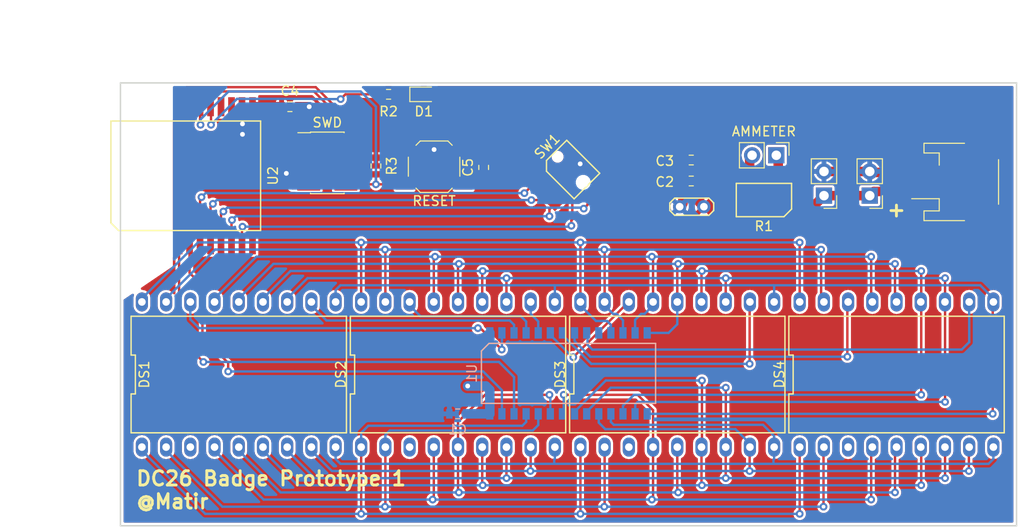
<source format=kicad_pcb>
(kicad_pcb (version 20171130) (host pcbnew 5.0.0-rc2-dev-unknown+dfsg1+20180318-3)
  (layers (0 F.Cu signal) (31 B.Cu signal) (34 B.Paste user) (35 F.Paste user) (36 B.SilkS user) (37 F.SilkS user) (38 B.Mask user) (39 F.Mask user) (44 Edge.Cuts user))
  (net 0 "")
  (net 1 GND)
  (net 2 VDD)
  (net 3 /C)
  (net 4 /B)
  (net 5 /DP)
  (net 6 /DIG7)
  (net 7 /D)
  (net 8 /A)
  (net 9 /G2)
  (net 10 /G1)
  (net 11 /N)
  (net 12 /K)
  (net 13 /M)
  (net 14 /J)
  (net 15 "Net-(DS1-Pad3)")
  (net 16 /DIG6)
  (net 17 /L)
  (net 18 /H)
  (net 19 /E)
  (net 20 /F)
  (net 21 /DIG0)
  (net 22 "Net-(DS2-Pad3)")
  (net 23 /DIG1)
  (net 24 /DIG3)
  (net 25 "Net-(DS3-Pad3)")
  (net 26 /DIG2)
  (net 27 /DIG4)
  (net 28 "Net-(DS4-Pad3)")
  (net 29 /DIG5)
  (net 30 /SDA)
  (net 31 /SCL)
  (net 32 "Net-(U1-Pad10)")
  (net 33 /RESET)
  (net 34 "Net-(D1-Pad1)")
  (net 35 /LED1)
  (net 36 "Net-(J4-Pad1)")
  (net 37 "Net-(J4-Pad2)")
  (net 38 /P_IN)
  (net 39 /RT)
  (net 40 /UP)
  (net 41 /CTR)
  (net 42 /DN)
  (net 43 /LT)
  (net 44 /SWDIO)
  (net 45 /SWDCLK)
  (net 46 "Net-(U2-Pad8)")
  (net 47 "Net-(J5-Pad6)")
  (net 48 "Net-(J5-Pad7)")
  (net 49 "Net-(J5-Pad8)")
  (net 50 "Net-(U2-Pad12)")
  (net 51 "Net-(U2-Pad11)")
  (module DC26badge:DUAL_14SEG (layer F.Cu) (at 176.41 54.12)
    (fp_text reference DS4 (at -12.295 0 90) (layer F.SilkS))
    (fp_text value 14_Segment_Dual_CC)
    (pad 9 thru_hole oval (at 10.16 7.62) (size 1.27 2) (drill 0.8) (layers *.Cu *.Mask) (net 3 /C))
    (pad 10 thru_hole oval (at 10.16 -7.62) (size 1.27 2) (drill 0.8) (layers *.Cu *.Mask) (net 4 /B))
    (pad 8 thru_hole oval (at 7.62 7.62) (size 1.27 2) (drill 0.8) (layers *.Cu *.Mask) (net 5 /DP))
    (pad 11 thru_hole oval (at 7.62 -7.62) (size 1.27 2) (drill 0.8) (layers *.Cu *.Mask) (net 6 /DIG7))
    (pad 7 thru_hole oval (at 5.08 7.62) (size 1.27 2) (drill 0.8) (layers *.Cu *.Mask) (net 7 /D))
    (pad 12 thru_hole oval (at 5.08 -7.62) (size 1.27 2) (drill 0.8) (layers *.Cu *.Mask) (net 8 /A))
    (pad 6 thru_hole oval (at 2.54 7.62) (size 1.27 2) (drill 0.8) (layers *.Cu *.Mask) (net 9 /G2))
    (pad 13 thru_hole oval (at 2.54 -7.62) (size 1.27 2) (drill 0.8) (layers *.Cu *.Mask) (net 10 /G1))
    (pad 5 thru_hole oval (at 0 7.62) (size 1.27 2) (drill 0.8) (layers *.Cu *.Mask) (net 11 /N))
    (pad 14 thru_hole oval (at 0 -7.62) (size 1.27 2) (drill 0.8) (layers *.Cu *.Mask) (net 12 /K))
    (pad 4 thru_hole oval (at -2.54 7.62) (size 1.27 2) (drill 0.8) (layers *.Cu *.Mask) (net 13 /M))
    (pad 15 thru_hole oval (at -2.54 -7.62) (size 1.27 2) (drill 0.8) (layers *.Cu *.Mask) (net 14 /J))
    (pad 3 thru_hole oval (at -5.08 7.62) (size 1.27 2) (drill 0.8) (layers *.Cu *.Mask) (net 28 "Net-(DS4-Pad3)"))
    (pad 16 thru_hole oval (at -5.08 -7.62) (size 1.27 2) (drill 0.8) (layers *.Cu *.Mask) (net 16 /DIG6))
    (pad 2 thru_hole oval (at -7.62 7.62) (size 1.27 2) (drill 0.8) (layers *.Cu *.Mask) (net 17 /L))
    (pad 17 thru_hole oval (at -7.62 -7.62) (size 1.27 2) (drill 0.8) (layers *.Cu *.Mask) (net 18 /H))
    (pad 1 thru_hole oval (at -10.16 7.62) (size 1.27 2) (drill 0.8) (layers *.Cu *.Mask) (net 19 /E))
    (pad 18 thru_hole oval (at -10.16 -7.62) (size 1.27 2) (drill 0.8) (layers *.Cu *.Mask) (net 20 /F))
  )
  (module DC26badge:DUAL_14SEG (layer F.Cu) (at 153.41 54.12)
    (fp_text reference DS3 (at -12.295 0 90) (layer F.SilkS))
    (fp_text value 14_Segment_Dual_CC)
    (pad 9 thru_hole oval (at 10.16 7.62) (size 1.27 2) (drill 0.8) (layers *.Cu *.Mask) (net 3 /C))
    (pad 10 thru_hole oval (at 10.16 -7.62) (size 1.27 2) (drill 0.8) (layers *.Cu *.Mask) (net 4 /B))
    (pad 8 thru_hole oval (at 7.62 7.62) (size 1.27 2) (drill 0.8) (layers *.Cu *.Mask) (net 5 /DP))
    (pad 11 thru_hole oval (at 7.62 -7.62) (size 1.27 2) (drill 0.8) (layers *.Cu *.Mask) (net 29 /DIG5))
    (pad 7 thru_hole oval (at 5.08 7.62) (size 1.27 2) (drill 0.8) (layers *.Cu *.Mask) (net 7 /D))
    (pad 12 thru_hole oval (at 5.08 -7.62) (size 1.27 2) (drill 0.8) (layers *.Cu *.Mask) (net 8 /A))
    (pad 6 thru_hole oval (at 2.54 7.62) (size 1.27 2) (drill 0.8) (layers *.Cu *.Mask) (net 9 /G2))
    (pad 13 thru_hole oval (at 2.54 -7.62) (size 1.27 2) (drill 0.8) (layers *.Cu *.Mask) (net 10 /G1))
    (pad 5 thru_hole oval (at 0 7.62) (size 1.27 2) (drill 0.8) (layers *.Cu *.Mask) (net 11 /N))
    (pad 14 thru_hole oval (at 0 -7.62) (size 1.27 2) (drill 0.8) (layers *.Cu *.Mask) (net 12 /K))
    (pad 4 thru_hole oval (at -2.54 7.62) (size 1.27 2) (drill 0.8) (layers *.Cu *.Mask) (net 13 /M))
    (pad 15 thru_hole oval (at -2.54 -7.62) (size 1.27 2) (drill 0.8) (layers *.Cu *.Mask) (net 14 /J))
    (pad 3 thru_hole oval (at -5.08 7.62) (size 1.27 2) (drill 0.8) (layers *.Cu *.Mask) (net 25 "Net-(DS3-Pad3)"))
    (pad 16 thru_hole oval (at -5.08 -7.62) (size 1.27 2) (drill 0.8) (layers *.Cu *.Mask) (net 27 /DIG4))
    (pad 2 thru_hole oval (at -7.62 7.62) (size 1.27 2) (drill 0.8) (layers *.Cu *.Mask) (net 17 /L))
    (pad 17 thru_hole oval (at -7.62 -7.62) (size 1.27 2) (drill 0.8) (layers *.Cu *.Mask) (net 18 /H))
    (pad 1 thru_hole oval (at -10.16 7.62) (size 1.27 2) (drill 0.8) (layers *.Cu *.Mask) (net 19 /E))
    (pad 18 thru_hole oval (at -10.16 -7.62) (size 1.27 2) (drill 0.8) (layers *.Cu *.Mask) (net 20 /F))
  )
  (module DC26badge:DUAL_14SEG (layer F.Cu) (at 130.41 54.12)
    (fp_text reference DS2 (at -12.295 0 90) (layer F.SilkS))
    (fp_text value 14_Segment_Dual_CC)
    (pad 9 thru_hole oval (at 10.16 7.62) (size 1.27 2) (drill 0.8) (layers *.Cu *.Mask) (net 3 /C))
    (pad 10 thru_hole oval (at 10.16 -7.62) (size 1.27 2) (drill 0.8) (layers *.Cu *.Mask) (net 4 /B))
    (pad 8 thru_hole oval (at 7.62 7.62) (size 1.27 2) (drill 0.8) (layers *.Cu *.Mask) (net 5 /DP))
    (pad 11 thru_hole oval (at 7.62 -7.62) (size 1.27 2) (drill 0.8) (layers *.Cu *.Mask) (net 24 /DIG3))
    (pad 7 thru_hole oval (at 5.08 7.62) (size 1.27 2) (drill 0.8) (layers *.Cu *.Mask) (net 7 /D))
    (pad 12 thru_hole oval (at 5.08 -7.62) (size 1.27 2) (drill 0.8) (layers *.Cu *.Mask) (net 8 /A))
    (pad 6 thru_hole oval (at 2.54 7.62) (size 1.27 2) (drill 0.8) (layers *.Cu *.Mask) (net 9 /G2))
    (pad 13 thru_hole oval (at 2.54 -7.62) (size 1.27 2) (drill 0.8) (layers *.Cu *.Mask) (net 10 /G1))
    (pad 5 thru_hole oval (at 0 7.62) (size 1.27 2) (drill 0.8) (layers *.Cu *.Mask) (net 11 /N))
    (pad 14 thru_hole oval (at 0 -7.62) (size 1.27 2) (drill 0.8) (layers *.Cu *.Mask) (net 12 /K))
    (pad 4 thru_hole oval (at -2.54 7.62) (size 1.27 2) (drill 0.8) (layers *.Cu *.Mask) (net 13 /M))
    (pad 15 thru_hole oval (at -2.54 -7.62) (size 1.27 2) (drill 0.8) (layers *.Cu *.Mask) (net 14 /J))
    (pad 3 thru_hole oval (at -5.08 7.62) (size 1.27 2) (drill 0.8) (layers *.Cu *.Mask) (net 22 "Net-(DS2-Pad3)"))
    (pad 16 thru_hole oval (at -5.08 -7.62) (size 1.27 2) (drill 0.8) (layers *.Cu *.Mask) (net 26 /DIG2))
    (pad 2 thru_hole oval (at -7.62 7.62) (size 1.27 2) (drill 0.8) (layers *.Cu *.Mask) (net 17 /L))
    (pad 17 thru_hole oval (at -7.62 -7.62) (size 1.27 2) (drill 0.8) (layers *.Cu *.Mask) (net 18 /H))
    (pad 1 thru_hole oval (at -10.16 7.62) (size 1.27 2) (drill 0.8) (layers *.Cu *.Mask) (net 19 /E))
    (pad 18 thru_hole oval (at -10.16 -7.62) (size 1.27 2) (drill 0.8) (layers *.Cu *.Mask) (net 20 /F))
  )
  (module DC26badge:DUAL_14SEG (layer F.Cu) (at 107.41 54.12)
    (fp_text reference DS1 (at -9.91 0 90) (layer F.SilkS))
    (fp_text value 14_Segment_Dual_CC)
    (pad 9 thru_hole oval (at 10.16 7.62) (size 1.27 2) (drill 0.8) (layers *.Cu *.Mask) (net 3 /C))
    (pad 10 thru_hole oval (at 10.16 -7.62) (size 1.27 2) (drill 0.8) (layers *.Cu *.Mask) (net 4 /B))
    (pad 8 thru_hole oval (at 7.62 7.62) (size 1.27 2) (drill 0.8) (layers *.Cu *.Mask) (net 5 /DP))
    (pad 11 thru_hole oval (at 7.62 -7.62) (size 1.27 2) (drill 0.8) (layers *.Cu *.Mask) (net 23 /DIG1))
    (pad 7 thru_hole oval (at 5.08 7.62) (size 1.27 2) (drill 0.8) (layers *.Cu *.Mask) (net 7 /D))
    (pad 12 thru_hole oval (at 5.08 -7.62) (size 1.27 2) (drill 0.8) (layers *.Cu *.Mask) (net 8 /A))
    (pad 6 thru_hole oval (at 2.54 7.62) (size 1.27 2) (drill 0.8) (layers *.Cu *.Mask) (net 9 /G2))
    (pad 13 thru_hole oval (at 2.54 -7.62) (size 1.27 2) (drill 0.8) (layers *.Cu *.Mask) (net 10 /G1))
    (pad 5 thru_hole oval (at 0 7.62) (size 1.27 2) (drill 0.8) (layers *.Cu *.Mask) (net 11 /N))
    (pad 14 thru_hole oval (at 0 -7.62) (size 1.27 2) (drill 0.8) (layers *.Cu *.Mask) (net 12 /K))
    (pad 4 thru_hole oval (at -2.54 7.62) (size 1.27 2) (drill 0.8) (layers *.Cu *.Mask) (net 13 /M))
    (pad 15 thru_hole oval (at -2.54 -7.62) (size 1.27 2) (drill 0.8) (layers *.Cu *.Mask) (net 14 /J))
    (pad 3 thru_hole oval (at -5.08 7.62) (size 1.27 2) (drill 0.8) (layers *.Cu *.Mask) (net 15 "Net-(DS1-Pad3)"))
    (pad 16 thru_hole oval (at -5.08 -7.62) (size 1.27 2) (drill 0.8) (layers *.Cu *.Mask) (net 21 /DIG0))
    (pad 2 thru_hole oval (at -7.62 7.62) (size 1.27 2) (drill 0.8) (layers *.Cu *.Mask) (net 17 /L))
    (pad 17 thru_hole oval (at -7.62 -7.62) (size 1.27 2) (drill 0.8) (layers *.Cu *.Mask) (net 18 /H))
    (pad 1 thru_hole oval (at -10.16 7.62) (size 1.27 2) (drill 0.8) (layers *.Cu *.Mask) (net 19 /E))
    (pad 18 thru_hole oval (at -10.16 -7.62) (size 1.27 2) (drill 0.8) (layers *.Cu *.Mask) (net 20 /F))
  )
  (module DC26badge:BT832 (layer F.Cu) (at 105 33.25)
    (fp_text reference U2 (at 6 0 90) (layer F.SilkS))
    (fp_text value BT832)
    (pad 16 smd rect (at -3.85 -7.25) (size 0.7 2) (layers F.Cu F.Paste F.Mask) (net 44 /SWDIO))
    (pad 1 smd rect (at -3.85 7.25) (size 0.7 2) (layers F.Cu F.Paste F.Mask) (net 31 /SCL))
    (pad 15 smd rect (at -2.75 -7.25) (size 0.7 2) (layers F.Cu F.Paste F.Mask) (net 45 /SWDCLK))
    (pad 2 smd rect (at -2.75 7.25) (size 0.7 2) (layers F.Cu F.Paste F.Mask) (net 30 /SDA))
    (pad 14 smd rect (at -1.65 -7.25) (size 0.7 2) (layers F.Cu F.Paste F.Mask) (net 33 /RESET))
    (pad 3 smd rect (at -1.65 7.25) (size 0.7 2) (layers F.Cu F.Paste F.Mask) (net 40 /UP))
    (pad 13 smd rect (at -0.55 -7.25) (size 0.7 2) (layers F.Cu F.Paste F.Mask) (net 35 /LED1))
    (pad 4 smd rect (at -0.55 7.25) (size 0.7 2) (layers F.Cu F.Paste F.Mask) (net 41 /CTR))
    (pad 12 smd rect (at 0.55 -7.25) (size 0.7 2) (layers F.Cu F.Paste F.Mask) (net 50 "Net-(U2-Pad12)"))
    (pad 5 smd rect (at 0.55 7.25) (size 0.7 2) (layers F.Cu F.Paste F.Mask) (net 42 /DN))
    (pad 11 smd rect (at 1.65 -7.25) (size 0.7 2) (layers F.Cu F.Paste F.Mask) (net 51 "Net-(U2-Pad11)"))
    (pad 6 smd rect (at 1.65 7.25) (size 0.7 2) (layers F.Cu F.Paste F.Mask) (net 43 /LT))
    (pad 10 smd rect (at 2.75 -7.25) (size 0.7 2) (layers F.Cu F.Paste F.Mask) (net 1 GND))
    (pad 7 smd rect (at 2.75 7.25) (size 0.7 2) (layers F.Cu F.Paste F.Mask) (net 39 /RT))
    (pad 9 smd rect (at 3.85 -7.25) (size 0.7 2) (layers F.Cu F.Paste F.Mask) (net 2 VDD))
    (pad 8 smd rect (at 3.85 7.25) (size 0.7 2) (layers F.Cu F.Paste F.Mask) (net 46 "Net-(U2-Pad8)"))
  )
  (module Button_Switch_SMD:SW_SPST_SKQG (layer F.Cu) (at 127.9 32.3 180)
    (fp_text reference RESET (at 0 -3.6 180) (layer F.SilkS))
    (fp_text value SW_Push)
    (pad 1 smd rect (at -3.1 -1.85 180) (size 1.8 1.1) (layers F.Cu F.Paste F.Mask) (net 33 /RESET))
    (pad 1 smd rect (at 3.1 -1.85 180) (size 1.8 1.1) (layers F.Cu F.Paste F.Mask) (net 33 /RESET))
    (pad 2 smd rect (at -3.1 1.85 180) (size 1.8 1.1) (layers F.Cu F.Paste F.Mask) (net 1 GND))
    (pad 2 smd rect (at 3.1 1.85 180) (size 1.8 1.1) (layers F.Cu F.Paste F.Mask) (net 1 GND))
  )
  (module Capacitor_SMD:C_0603_1608Metric (layer F.Cu) (at 154.875 33.8 180)
    (fp_text reference C2 (at 2.775 -0.1 180) (layer F.SilkS))
    (fp_text value 4.7u)
    (pad 2 smd rect (at 0.875 0 180) (size 0.67 1) (layers F.Cu F.Paste F.Mask) (net 1 GND))
    (pad 1 smd rect (at -0.875 0 180) (size 0.67 1) (layers F.Cu F.Paste F.Mask) (net 2 VDD))
  )
  (module Capacitor_SMD:C_0603_1608Metric (layer F.Cu) (at 154.875 31.6 180)
    (fp_text reference C3 (at 2.775 -0.1 180) (layer F.SilkS))
    (fp_text value 0.1u)
    (pad 1 smd rect (at -0.875 0 180) (size 0.67 1) (layers F.Cu F.Paste F.Mask) (net 2 VDD))
    (pad 2 smd rect (at 0.875 0 180) (size 0.67 1) (layers F.Cu F.Paste F.Mask) (net 1 GND))
  )
  (module Capacitor_SMD:C_0603_1608Metric (layer F.Cu) (at 112.775 26)
    (fp_text reference C4 (at 0 -1.65) (layer F.SilkS))
    (fp_text value 0.1u)
    (pad 2 smd rect (at 0.875 0) (size 0.67 1) (layers F.Cu F.Paste F.Mask) (net 1 GND))
    (pad 1 smd rect (at -0.875 0) (size 0.67 1) (layers F.Cu F.Paste F.Mask) (net 2 VDD))
  )
  (module Capacitor_SMD:C_0603_1608Metric (layer F.Cu) (at 133.1 32.375 90)
    (fp_text reference C5 (at 0 -1.65 90) (layer F.SilkS))
    (fp_text value 0.1u)
    (pad 1 smd rect (at -0.875 0 90) (size 0.67 1) (layers F.Cu F.Paste F.Mask) (net 33 /RESET))
    (pad 2 smd rect (at 0.875 0 90) (size 0.67 1) (layers F.Cu F.Paste F.Mask) (net 1 GND))
  )
  (module Connector_JST:JST_PH_S2B-PH-SM4-TB_1x02_P2.00mm_Horizontal (layer F.Cu) (at 182.6 33.9 90)
    (fp_text reference J2 hide)
    (fp_text value PWR_CONN)
    (pad 1 smd rect (at -1 -2.85 90) (size 1 3.5) (layers F.Cu F.Paste F.Mask) (net 38 /P_IN))
    (pad 2 smd rect (at 1 -2.85 90) (size 1 3.5) (layers F.Cu F.Paste F.Mask) (net 1 GND))
    (pad "" smd rect (at -3.35 2.9 90) (size 1.5 3.4) (layers F.Cu F.Paste F.Mask))
    (pad "" smd rect (at 3.35 2.9 90) (size 1.5 3.4) (layers F.Cu F.Paste F.Mask))
  )
  (module Connector_PinHeader_1.27mm:PinHeader_2x05_P1.27mm_Vertical_SMD (layer F.Cu) (at 116.7 31.9)
    (fp_text reference SWD (at 0 -4.235) (layer F.SilkS))
    (fp_text value Cortex_SWD)
    (pad 1 smd rect (at -1.95 -2.54) (size 2.4 0.74) (layers F.Cu F.Paste F.Mask) (net 2 VDD))
    (pad 2 smd rect (at 1.95 -2.54) (size 2.4 0.74) (layers F.Cu F.Paste F.Mask) (net 44 /SWDIO))
    (pad 3 smd rect (at -1.95 -1.27) (size 2.4 0.74) (layers F.Cu F.Paste F.Mask) (net 1 GND))
    (pad 4 smd rect (at 1.95 -1.27) (size 2.4 0.74) (layers F.Cu F.Paste F.Mask) (net 45 /SWDCLK))
    (pad 5 smd rect (at -1.95 0) (size 2.4 0.74) (layers F.Cu F.Paste F.Mask) (net 1 GND))
    (pad 6 smd rect (at 1.95 0) (size 2.4 0.74) (layers F.Cu F.Paste F.Mask) (net 47 "Net-(J5-Pad6)"))
    (pad 7 smd rect (at -1.95 1.27) (size 2.4 0.74) (layers F.Cu F.Paste F.Mask) (net 48 "Net-(J5-Pad7)"))
    (pad 8 smd rect (at 1.95 1.27) (size 2.4 0.74) (layers F.Cu F.Paste F.Mask) (net 49 "Net-(J5-Pad8)"))
    (pad 9 smd rect (at -1.95 2.54) (size 2.4 0.74) (layers F.Cu F.Paste F.Mask) (net 1 GND))
    (pad 10 smd rect (at 1.95 2.54) (size 2.4 0.74) (layers F.Cu F.Paste F.Mask) (net 33 /RESET))
  )
  (module DC26badge:FC4T (layer F.Cu) (at 162.5 35.8 90)
    (fp_text reference R1 (at -2.75 0 180) (layer F.SilkS))
    (fp_text value 0.1)
    (pad 4 smd rect (at -0.7 -1.5 90) (size 1.1 1.8) (layers F.Cu F.Paste F.Mask) (net 2 VDD))
    (pad 1 smd rect (at -0.7 1.5 90) (size 1.1 1.8) (layers F.Cu F.Paste F.Mask) (net 38 /P_IN))
    (pad 3 smd rect (at 0.7 -1.5 90) (size 1.1 1.8) (layers F.Cu F.Paste F.Mask) (net 37 "Net-(J4-Pad2)"))
    (pad 2 smd rect (at 0.7 1.5 90) (size 1.1 1.8) (layers F.Cu F.Paste F.Mask) (net 36 "Net-(J4-Pad1)"))
  )
  (module DC26badge:JOYSTICK (layer F.Cu) (at 142.2 32.6 315)
    (fp_text reference SW1 (at -3.45 0 45) (layer F.SilkS))
    (fp_text value JOYSTICK)
    (pad 4 smd rect (at -1.4 -3.325001 315) (size 1.1 1.85) (layers F.Cu F.Paste F.Mask) (net 39 /RT))
    (pad 1 smd rect (at -1.4 3.325001 315) (size 1.1 1.85) (layers F.Cu F.Paste F.Mask) (net 40 /UP))
    (pad 5 smd rect (at 0 -3.325 315) (size 1.1 1.85) (layers F.Cu F.Paste F.Mask) (net 1 GND))
    (pad 2 smd rect (at 0 3.325 315) (size 1.1 1.85) (layers F.Cu F.Paste F.Mask) (net 41 /CTR))
    (pad 6 smd rect (at 1.4 -3.325001 315) (size 1.1 1.85) (layers F.Cu F.Paste F.Mask) (net 42 /DN))
    (pad 3 smd rect (at 1.4 3.325001 315) (size 1.1 1.85) (layers F.Cu F.Paste F.Mask) (net 43 /LT))
    (pad "" smd rect (at 5.100001 0 315) (size 1.9 2) (layers F.Cu F.Paste F.Mask))
    (pad "" smd rect (at -5.100001 0 315) (size 1.9 2) (layers F.Cu F.Paste F.Mask))
    (pad "" np_thru_hole circle (at -1.9 0 315) (size 0.75 0.75) (drill 0.75) (layers *.Cu *.Mask))
    (pad "" np_thru_hole circle (at 1.9 0 315) (size 1.05 1.05) (drill 1.05) (layers *.Cu *.Mask))
  )
  (module LED_SMD:LED_0603_1608Metric (layer F.Cu) (at 126.825 24.7)
    (fp_text reference D1 (at 0 1.8) (layer F.SilkS))
    (fp_text value LED)
    (pad 1 smd rect (at -0.875 0) (size 0.67 1) (layers F.Cu F.Paste F.Mask) (net 34 "Net-(D1-Pad1)"))
    (pad 2 smd rect (at 0.875 0) (size 0.67 1) (layers F.Cu F.Paste F.Mask) (net 2 VDD))
  )
  (module PinHeaders:Pin_Header_Straight_1x02_Pitch2.54mm (layer F.Cu) (at 168.8 35.34 180)
    (fp_text reference J3 hide)
    (fp_text value VOLTMETER hide)
    (pad 1 thru_hole rect (at 0 0 180) (size 1.7 1.7) (drill 1) (layers *.Cu *.Mask) (net 38 /P_IN))
    (pad 2 thru_hole oval (at 0 2.54 180) (size 1.7 1.7) (drill 1) (layers *.Cu *.Mask) (net 1 GND))
  )
  (module PinHeaders:Pin_Header_Straight_1x02_Pitch2.54mm (layer F.Cu) (at 173.6 35.34 180)
    (fp_text reference J1 hide)
    (fp_text value PWR_HDR hide)
    (pad 2 thru_hole oval (at 0 2.54 180) (size 1.7 1.7) (drill 1) (layers *.Cu *.Mask) (net 1 GND))
    (pad 1 thru_hole rect (at 0 0 180) (size 1.7 1.7) (drill 1) (layers *.Cu *.Mask) (net 38 /P_IN))
  )
  (module PinHeaders:Pin_Header_Straight_1x02_Pitch2.54mm (layer F.Cu) (at 163.8 31.1 270)
    (fp_text reference J4 hide)
    (fp_text value AMMETER (at -2.5 1.3) (layer F.SilkS))
    (pad 1 thru_hole rect (at 0 0 270) (size 1.7 1.7) (drill 1) (layers *.Cu *.Mask) (net 36 "Net-(J4-Pad1)"))
    (pad 2 thru_hole oval (at 0 2.54 270) (size 1.7 1.7) (drill 1) (layers *.Cu *.Mask) (net 37 "Net-(J4-Pad2)"))
  )
  (module Resistor_SMD:R_0603_1608Metric (layer F.Cu) (at 123.125 24.7 180)
    (fp_text reference R2 (at 0 -1.8 180) (layer F.SilkS))
    (fp_text value 1k)
    (pad 1 smd rect (at -0.875 0 180) (size 0.67 1) (layers F.Cu F.Paste F.Mask) (net 34 "Net-(D1-Pad1)"))
    (pad 2 smd rect (at 0.875 0 180) (size 0.67 1) (layers F.Cu F.Paste F.Mask) (net 35 /LED1))
  )
  (module Resistor_SMD:R_0603_1608Metric (layer F.Cu) (at 121.8 32.225 270)
    (fp_text reference R3 (at 0 -1.65 270) (layer F.SilkS))
    (fp_text value 1k)
    (pad 2 smd rect (at 0.875 0 270) (size 0.67 1) (layers F.Cu F.Paste F.Mask) (net 33 /RESET))
    (pad 1 smd rect (at -0.875 0 270) (size 0.67 1) (layers F.Cu F.Paste F.Mask) (net 2 VDD))
  )
  (module TestPoint:TestPoint_2Pads_Pitch2.54mm_Drill0.8mm (layer F.Cu) (at 153.66 36.5)
    (fp_text reference TP1 hide)
    (fp_text value PWRTP)
    (pad 1 thru_hole circle (at 0 0) (size 1.4 1.4) (drill 0.8) (layers *.Cu *.Mask) (net 1 GND))
    (pad 2 thru_hole circle (at 2.54 0) (size 1.4 1.4) (drill 0.8) (layers *.Cu *.Mask) (net 2 VDD))
  )
  (module Capacitor_SMD:C_0603_1608Metric (layer B.Cu) (at 130.375 58.25)
    (fp_text reference C1 (at 0 1.65) (layer B.SilkS) (effects (justify mirror)))
    (fp_text value 0.1u)
    (pad 1 smd rect (at -0.875 0) (size 0.67 1) (layers B.Cu B.Paste B.Mask) (net 1 GND))
    (pad 2 smd rect (at 0.875 0) (size 0.67 1) (layers B.Cu B.Paste B.Mask) (net 2 VDD))
  )
  (module DC26badge:SOIC-28-300mil (layer B.Cu) (at 142 54)
    (fp_text reference U1 (at -10.135 0 -90) (layer B.SilkS) (effects (justify mirror)))
    (fp_text value HT16K33-28)
    (pad 28 smd rect (at -8.255 4.25) (size 0.76 1.2) (layers B.Cu B.Paste B.Mask) (net 2 VDD))
    (pad 1 smd rect (at -8.255 -4.25) (size 0.76 1.2) (layers B.Cu B.Paste B.Mask) (net 1 GND))
    (pad 27 smd rect (at -6.985 4.25) (size 0.76 1.2) (layers B.Cu B.Paste B.Mask) (net 30 /SDA))
    (pad 2 smd rect (at -6.985 -4.25) (size 0.76 1.2) (layers B.Cu B.Paste B.Mask) (net 21 /DIG0))
    (pad 26 smd rect (at -5.715 4.25) (size 0.76 1.2) (layers B.Cu B.Paste B.Mask) (net 31 /SCL))
    (pad 3 smd rect (at -5.715 -4.25) (size 0.76 1.2) (layers B.Cu B.Paste B.Mask) (net 23 /DIG1))
    (pad 25 smd rect (at -4.445 4.25) (size 0.76 1.2) (layers B.Cu B.Paste B.Mask) (net 19 /E))
    (pad 4 smd rect (at -4.445 -4.25) (size 0.76 1.2) (layers B.Cu B.Paste B.Mask) (net 26 /DIG2))
    (pad 24 smd rect (at -3.175 4.25) (size 0.76 1.2) (layers B.Cu B.Paste B.Mask) (net 17 /L))
    (pad 5 smd rect (at -3.175 -4.25) (size 0.76 1.2) (layers B.Cu B.Paste B.Mask) (net 24 /DIG3))
    (pad 23 smd rect (at -1.905 4.25) (size 0.76 1.2) (layers B.Cu B.Paste B.Mask) (net 11 /N))
    (pad 6 smd rect (at -1.905 -4.25) (size 0.76 1.2) (layers B.Cu B.Paste B.Mask) (net 27 /DIG4))
    (pad 22 smd rect (at -0.635 4.25) (size 0.76 1.2) (layers B.Cu B.Paste B.Mask) (net 13 /M))
    (pad 7 smd rect (at -0.635 -4.25) (size 0.76 1.2) (layers B.Cu B.Paste B.Mask) (net 29 /DIG5))
    (pad 21 smd rect (at 0.635 4.25) (size 0.76 1.2) (layers B.Cu B.Paste B.Mask) (net 9 /G2))
    (pad 8 smd rect (at 0.635 -4.25) (size 0.76 1.2) (layers B.Cu B.Paste B.Mask) (net 16 /DIG6))
    (pad 20 smd rect (at 1.905 4.25) (size 0.76 1.2) (layers B.Cu B.Paste B.Mask) (net 7 /D))
    (pad 9 smd rect (at 1.905 -4.25) (size 0.76 1.2) (layers B.Cu B.Paste B.Mask) (net 6 /DIG7))
    (pad 19 smd rect (at 3.175 4.25) (size 0.76 1.2) (layers B.Cu B.Paste B.Mask) (net 5 /DP))
    (pad 10 smd rect (at 3.175 -4.25) (size 0.76 1.2) (layers B.Cu B.Paste B.Mask) (net 32 "Net-(U1-Pad10)"))
    (pad 18 smd rect (at 4.445 4.25) (size 0.76 1.2) (layers B.Cu B.Paste B.Mask) (net 3 /C))
    (pad 11 smd rect (at 4.445 -4.25) (size 0.76 1.2) (layers B.Cu B.Paste B.Mask) (net 20 /F))
    (pad 17 smd rect (at 5.715 4.25) (size 0.76 1.2) (layers B.Cu B.Paste B.Mask) (net 10 /G1))
    (pad 12 smd rect (at 5.715 -4.25) (size 0.76 1.2) (layers B.Cu B.Paste B.Mask) (net 18 /H))
    (pad 16 smd rect (at 6.985 4.25) (size 0.76 1.2) (layers B.Cu B.Paste B.Mask) (net 8 /A))
    (pad 13 smd rect (at 6.985 -4.25) (size 0.76 1.2) (layers B.Cu B.Paste B.Mask) (net 14 /J))
    (pad 15 smd rect (at 8.255 4.25) (size 0.76 1.2) (layers B.Cu B.Paste B.Mask) (net 4 /B))
    (pad 14 smd rect (at 8.255 -4.25) (size 0.76 1.2) (layers B.Cu B.Paste B.Mask) (net 12 /K))
  )
  (gr_text + (at 176.4 36.8) (layer F.SilkS) (effects (font (size 1.5 1.5) (thickness 0.3)) (justify mirror)))
  (gr_text "DC26 Badge Prototype 1\n@Matir" (at 96.5 66.25) (layer F.SilkS) (effects (font (size 1.5 1.5) (thickness 0.3)) (justify left)))
  (gr_line (start 189 23.5) (end 189 25) (layer Edge.Cuts) (width 0.15))
  (gr_line (start 95 23.5) (end 189 23.5) (layer Edge.Cuts) (width 0.15))
  (gr_line (start 95 70) (end 95 23.5) (layer Edge.Cuts) (width 0.15))
  (gr_line (start 189 70) (end 189 25) (layer Edge.Cuts) (width 0.15))
  (gr_line (start 95 70) (end 189 70) (layer Edge.Cuts) (width 0.15))
  (segment (start 132.749999 50.350001) (end 133.144999 50.350001) (width 1) (layer B.Cu) (net 1))
  (segment (start 133.745 49.75) (end 133.144999 50.350001) (width 1) (layer B.Cu) (net 1))
  (segment (start 133.745 49.75) (end 133.745 51.35) (width 1) (layer B.Cu) (net 1))
  (segment (start 133.745 51.35) (end 133.8 51.405) (width 1) (layer B.Cu) (net 1))
  (segment (start 144.55113 30.67387) (end 143.225 32) (width 0.25) (layer F.Cu) (net 1))
  (segment (start 144.55113 30.24887) (end 144.55113 30.67387) (width 0.25) (layer F.Cu) (net 1))
  (via (at 143.225 32) (size 1) (drill 0.5) (layers F.Cu B.Cu) (net 1))
  (segment (start 124.8 30.45) (end 127.85 30.45) (width 0.25) (layer F.Cu) (net 1))
  (segment (start 127.85 30.45) (end 127.9 30.5) (width 0.25) (layer F.Cu) (net 1))
  (segment (start 127.95 30.45) (end 127.9 30.5) (width 0.25) (layer F.Cu) (net 1))
  (segment (start 131 30.45) (end 127.95 30.45) (width 0.25) (layer F.Cu) (net 1))
  (via (at 127.9 30.5) (size 1) (drill 0.5) (layers F.Cu B.Cu) (net 1))
  (segment (start 133.1 31.5) (end 131.25 31.5) (width 0.25) (layer F.Cu) (net 1))
  (segment (start 131.25 31.5) (end 131 31.25) (width 0.25) (layer F.Cu) (net 1))
  (segment (start 131 31.25) (end 131 30.45) (width 0.25) (layer F.Cu) (net 1))
  (segment (start 154 33.8) (end 154 36.16) (width 1) (layer F.Cu) (net 1))
  (segment (start 154 36.16) (end 153.66 36.5) (width 1) (layer F.Cu) (net 1))
  (segment (start 154 31.6) (end 154 33.8) (width 1) (layer F.Cu) (net 1))
  (segment (start 173.6 32.8) (end 168.8 32.8) (width 1) (layer F.Cu) (net 1))
  (segment (start 179.75 32.9) (end 173.7 32.9) (width 1) (layer F.Cu) (net 1))
  (segment (start 173.7 32.9) (end 173.6 32.8) (width 1) (layer F.Cu) (net 1))
  (segment (start 113.65 26) (end 114.8 26) (width 1) (layer F.Cu) (net 1))
  (via (at 114.8 26) (size 1) (drill 0.5) (layers F.Cu B.Cu) (net 1))
  (segment (start 112.95 32) (end 112.95 33) (width 0.5) (layer F.Cu) (net 1))
  (segment (start 112.95 33) (end 112.95 34.34) (width 0.5) (layer F.Cu) (net 1))
  (segment (start 112.95 33) (end 112.4 33) (width 0.5) (layer F.Cu) (net 1))
  (via (at 112.4 33) (size 1) (drill 0.5) (layers F.Cu B.Cu) (net 1))
  (segment (start 112.95 34.34) (end 113.05 34.44) (width 0.5) (layer F.Cu) (net 1))
  (segment (start 113.05 34.44) (end 114.75 34.44) (width 0.5) (layer F.Cu) (net 1))
  (segment (start 114.75 31.9) (end 113.05 31.9) (width 0.5) (layer F.Cu) (net 1))
  (segment (start 113.05 31.9) (end 112.95 32) (width 0.5) (layer F.Cu) (net 1))
  (segment (start 114.75 30.63) (end 114.75 31.9) (width 0.5) (layer F.Cu) (net 1))
  (segment (start 107.8 27.8) (end 107.8 28.9) (width 0.5) (layer F.Cu) (net 1))
  (via (at 107.8 28.9) (size 1) (drill 0.5) (layers F.Cu B.Cu) (net 1))
  (segment (start 107.75 27.75) (end 107.8 27.8) (width 0.5) (layer F.Cu) (net 1))
  (segment (start 107.75 26) (end 107.75 27.75) (width 0.5) (layer F.Cu) (net 1))
  (via (at 107.8 27.8) (size 1) (drill 0.5) (layers F.Cu B.Cu) (net 1))
  (via (at 131.42501 55.32501) (size 1) (drill 0.5) (layers F.Cu B.Cu) (net 2))
  (segment (start 133.32501 55.32501) (end 131.42501 55.32501) (width 1) (layer B.Cu) (net 2))
  (segment (start 156.2 36.5) (end 161 36.5) (width 1) (layer F.Cu) (net 2))
  (segment (start 155.75 33.8) (end 155.75 36.05) (width 1) (layer F.Cu) (net 2))
  (segment (start 155.75 36.05) (end 156.2 36.5) (width 1) (layer F.Cu) (net 2))
  (segment (start 155.75 31.6) (end 155.75 33.8) (width 1) (layer F.Cu) (net 2))
  (segment (start 114.75 29.36) (end 111.9 26.51) (width 1) (layer F.Cu) (net 2))
  (segment (start 111.9 26.51) (end 111.9 26) (width 1) (layer F.Cu) (net 2))
  (segment (start 108.85 26) (end 111.9 26) (width 1) (layer F.Cu) (net 2))
  (segment (start 133.745 58.25) (end 133.745 55.745) (width 1) (layer B.Cu) (net 2))
  (segment (start 133.745 55.745) (end 133.32501 55.32501) (width 1) (layer B.Cu) (net 2))
  (segment (start 133.745 58.25) (end 131.25 58.25) (width 1) (layer B.Cu) (net 2))
  (segment (start 146.445 59.1) (end 146.75 59.405) (width 0.25) (layer B.Cu) (net 3))
  (segment (start 146.445 58.25) (end 146.445 59.1) (width 0.25) (layer B.Cu) (net 3))
  (segment (start 146.75 59.405) (end 162.405 59.405) (width 0.25) (layer B.Cu) (net 3))
  (segment (start 163.57 60.57) (end 163.57 61.74) (width 0.25) (layer B.Cu) (net 3))
  (segment (start 162.405 59.405) (end 163.57 60.57) (width 0.25) (layer B.Cu) (net 3))
  (segment (start 163.5 63.5) (end 186.06 63.5) (width 0.25) (layer B.Cu) (net 3))
  (segment (start 163.57 61.74) (end 163.57 62.99) (width 0.25) (layer B.Cu) (net 3))
  (segment (start 163.5 63.06) (end 163.5 63.5) (width 0.25) (layer B.Cu) (net 3))
  (segment (start 140.5 63.5) (end 163.5 63.5) (width 0.25) (layer B.Cu) (net 3))
  (segment (start 163.57 62.99) (end 163.5 63.06) (width 0.25) (layer B.Cu) (net 3))
  (segment (start 118.08 63.5) (end 140.5 63.5) (width 0.25) (layer B.Cu) (net 3))
  (segment (start 140.57 62.99) (end 140.5 63.06) (width 0.25) (layer B.Cu) (net 3))
  (segment (start 140.57 61.74) (end 140.57 62.99) (width 0.25) (layer B.Cu) (net 3))
  (segment (start 140.5 63.06) (end 140.5 63.5) (width 0.25) (layer B.Cu) (net 3))
  (segment (start 117.57 61.74) (end 117.57 62.99) (width 0.25) (layer B.Cu) (net 3))
  (segment (start 186.57 62.99) (end 186.57 61.74) (width 0.25) (layer B.Cu) (net 3))
  (segment (start 117.57 62.99) (end 118.08 63.5) (width 0.25) (layer B.Cu) (net 3))
  (segment (start 186.06 63.5) (end 186.57 62.99) (width 0.25) (layer B.Cu) (net 3))
  (segment (start 186.5 58.25) (end 186.5 46.57) (width 0.25) (layer F.Cu) (net 4))
  (segment (start 186.5 46.57) (end 186.57 46.5) (width 0.25) (layer F.Cu) (net 4))
  (segment (start 150.255 58.25) (end 186.5 58.25) (width 0.25) (layer B.Cu) (net 4))
  (via (at 186.5 58.25) (size 0.8) (drill 0.4) (layers F.Cu B.Cu) (net 4))
  (segment (start 140.5 44.75) (end 163.5 44.75) (width 0.25) (layer B.Cu) (net 4))
  (segment (start 118.07 44.75) (end 140.5 44.75) (width 0.25) (layer B.Cu) (net 4))
  (segment (start 140.57 46.5) (end 140.57 44.82) (width 0.25) (layer B.Cu) (net 4))
  (segment (start 140.57 44.82) (end 140.5 44.75) (width 0.25) (layer B.Cu) (net 4))
  (segment (start 163.5 44.75) (end 185.185 44.75) (width 0.25) (layer B.Cu) (net 4))
  (segment (start 163.57 44.82) (end 163.5 44.75) (width 0.25) (layer B.Cu) (net 4))
  (segment (start 163.57 46.5) (end 163.57 44.82) (width 0.25) (layer B.Cu) (net 4))
  (segment (start 185.185 44.75) (end 186.57 46.135) (width 0.25) (layer B.Cu) (net 4))
  (segment (start 186.57 46.135) (end 186.57 46.5) (width 0.25) (layer B.Cu) (net 4))
  (segment (start 117.57 46.5) (end 117.57 45.25) (width 0.25) (layer B.Cu) (net 4))
  (segment (start 117.57 45.25) (end 118.07 44.75) (width 0.25) (layer B.Cu) (net 4))
  (segment (start 161.03 61.375) (end 159.51001 59.85501) (width 0.25) (layer B.Cu) (net 5))
  (segment (start 161.03 61.74) (end 161.03 61.375) (width 0.25) (layer B.Cu) (net 5))
  (segment (start 159.51001 59.85501) (end 145.85501 59.85501) (width 0.25) (layer B.Cu) (net 5))
  (segment (start 145.85501 59.85501) (end 145.175 59.175) (width 0.25) (layer B.Cu) (net 5))
  (segment (start 145.175 59.175) (end 145.175 58.25) (width 0.25) (layer B.Cu) (net 5))
  (segment (start 145.175 58.25) (end 145.175 58.46641) (width 0.25) (layer B.Cu) (net 5))
  (segment (start 184 64.25) (end 184 61.77) (width 0.25) (layer F.Cu) (net 5))
  (segment (start 184 61.77) (end 184.03 61.74) (width 0.25) (layer F.Cu) (net 5))
  (segment (start 161 64.25) (end 184 64.25) (width 0.25) (layer B.Cu) (net 5))
  (via (at 184 64.25) (size 0.8) (drill 0.4) (layers F.Cu B.Cu) (net 5))
  (segment (start 138 64.25) (end 161 64.25) (width 0.25) (layer B.Cu) (net 5))
  (segment (start 117.54 64.25) (end 138 64.25) (width 0.25) (layer B.Cu) (net 5))
  (via (at 138 64.25) (size 0.8) (drill 0.4) (layers F.Cu B.Cu) (net 5))
  (segment (start 138.03 61.74) (end 138.03 64.22) (width 0.25) (layer F.Cu) (net 5))
  (segment (start 138.03 64.22) (end 138 64.25) (width 0.25) (layer F.Cu) (net 5))
  (segment (start 161 64.25) (end 161 61.77) (width 0.25) (layer F.Cu) (net 5))
  (segment (start 161 61.77) (end 161.03 61.74) (width 0.25) (layer F.Cu) (net 5))
  (segment (start 115.03 62.105) (end 117.175 64.25) (width 0.25) (layer B.Cu) (net 5))
  (segment (start 115.03 61.74) (end 115.03 62.105) (width 0.25) (layer B.Cu) (net 5))
  (via (at 161 64.25) (size 0.8) (drill 0.4) (layers F.Cu B.Cu) (net 5))
  (segment (start 117.175 64.25) (end 117.54 64.25) (width 0.25) (layer B.Cu) (net 5))
  (segment (start 183.25 51.5) (end 184.03 50.72) (width 0.25) (layer B.Cu) (net 6))
  (segment (start 184.03 50.72) (end 184.03 46.5) (width 0.25) (layer B.Cu) (net 6))
  (segment (start 144.5 51.5) (end 183.25 51.5) (width 0.25) (layer B.Cu) (net 6))
  (segment (start 144 51) (end 144.5 51.5) (width 0.25) (layer B.Cu) (net 6))
  (segment (start 144 50.065) (end 144 51) (width 0.25) (layer B.Cu) (net 6))
  (segment (start 143.905 49.75) (end 143.905 49.97) (width 0.25) (layer B.Cu) (net 6))
  (segment (start 143.905 49.97) (end 144 50.065) (width 0.25) (layer B.Cu) (net 6))
  (segment (start 158.5 55.5) (end 158.5 61.73) (width 0.25) (layer F.Cu) (net 7))
  (segment (start 158.5 61.73) (end 158.49 61.74) (width 0.25) (layer F.Cu) (net 7))
  (segment (start 143.905 58.03) (end 146.435 55.5) (width 0.25) (layer B.Cu) (net 7))
  (segment (start 143.905 58.25) (end 143.905 58.03) (width 0.25) (layer B.Cu) (net 7))
  (segment (start 146.435 55.5) (end 158.5 55.5) (width 0.25) (layer B.Cu) (net 7))
  (via (at 158.5 55.5) (size 0.8) (drill 0.4) (layers F.Cu B.Cu) (net 7))
  (segment (start 135.5 65) (end 158.5 65) (width 0.25) (layer B.Cu) (net 7))
  (segment (start 135.49 61.74) (end 135.49 64.99) (width 0.25) (layer F.Cu) (net 7))
  (segment (start 135.49 64.99) (end 135.5 65) (width 0.25) (layer F.Cu) (net 7))
  (segment (start 116.567341 65) (end 135.5 65) (width 0.25) (layer B.Cu) (net 7))
  (via (at 135.5 65) (size 0.8) (drill 0.4) (layers F.Cu B.Cu) (net 7))
  (segment (start 158.5 65) (end 181.5 65) (width 0.25) (layer B.Cu) (net 7))
  (segment (start 158.49 64.99) (end 158.5 65) (width 0.25) (layer F.Cu) (net 7))
  (segment (start 158.49 61.74) (end 158.49 64.99) (width 0.25) (layer F.Cu) (net 7))
  (via (at 158.5 65) (size 0.8) (drill 0.4) (layers F.Cu B.Cu) (net 7))
  (segment (start 181.5 65) (end 181.5 61.75) (width 0.25) (layer F.Cu) (net 7))
  (segment (start 181.5 61.75) (end 181.49 61.74) (width 0.25) (layer F.Cu) (net 7))
  (segment (start 112.49 62.105) (end 115.385 65) (width 0.25) (layer B.Cu) (net 7))
  (segment (start 112.49 61.74) (end 112.49 62.105) (width 0.25) (layer B.Cu) (net 7))
  (segment (start 115.385 65) (end 116.567341 65) (width 0.25) (layer B.Cu) (net 7))
  (via (at 181.5 65) (size 0.8) (drill 0.4) (layers F.Cu B.Cu) (net 7))
  (segment (start 181.5 57) (end 181.5 46.51) (width 0.25) (layer F.Cu) (net 8))
  (segment (start 181.5 46.51) (end 181.49 46.5) (width 0.25) (layer F.Cu) (net 8))
  (segment (start 149.25 57) (end 181.5 57) (width 0.25) (layer B.Cu) (net 8))
  (via (at 181.5 57) (size 0.8) (drill 0.4) (layers F.Cu B.Cu) (net 8))
  (segment (start 149 57.25) (end 149.25 57) (width 0.25) (layer B.Cu) (net 8))
  (segment (start 149 58.015) (end 149 57.25) (width 0.25) (layer B.Cu) (net 8))
  (segment (start 148.985 58.25) (end 148.985 58.03) (width 0.25) (layer B.Cu) (net 8))
  (segment (start 148.985 58.03) (end 149 58.015) (width 0.25) (layer B.Cu) (net 8))
  (segment (start 135.5 44) (end 158.5 44) (width 0.25) (layer B.Cu) (net 8))
  (segment (start 114.99 44) (end 135.5 44) (width 0.25) (layer B.Cu) (net 8))
  (segment (start 135.49 46.5) (end 135.49 44.01) (width 0.25) (layer F.Cu) (net 8))
  (segment (start 135.49 44.01) (end 135.5 44) (width 0.25) (layer F.Cu) (net 8))
  (via (at 135.5 44) (size 0.8) (drill 0.4) (layers F.Cu B.Cu) (net 8))
  (segment (start 158.5 44) (end 181.5 44) (width 0.25) (layer B.Cu) (net 8))
  (segment (start 158.49 44.01) (end 158.5 44) (width 0.25) (layer F.Cu) (net 8))
  (segment (start 158.49 46.5) (end 158.49 44.01) (width 0.25) (layer F.Cu) (net 8))
  (via (at 158.5 44) (size 0.8) (drill 0.4) (layers F.Cu B.Cu) (net 8))
  (segment (start 181.5 44) (end 181.5 46.49) (width 0.25) (layer F.Cu) (net 8))
  (segment (start 181.5 46.49) (end 181.49 46.5) (width 0.25) (layer F.Cu) (net 8))
  (segment (start 112.49 46.135) (end 114.625 44) (width 0.25) (layer B.Cu) (net 8))
  (segment (start 114.625 44) (end 114.99 44) (width 0.25) (layer B.Cu) (net 8))
  (segment (start 112.49 46.5) (end 112.49 46.135) (width 0.25) (layer B.Cu) (net 8))
  (via (at 181.5 44) (size 0.8) (drill 0.4) (layers F.Cu B.Cu) (net 8))
  (segment (start 156 54.75) (end 156 61.69) (width 0.25) (layer F.Cu) (net 9))
  (segment (start 156 61.69) (end 155.95 61.74) (width 0.25) (layer F.Cu) (net 9))
  (segment (start 142.635 58.03) (end 145.915 54.75) (width 0.25) (layer B.Cu) (net 9))
  (segment (start 142.635 58.25) (end 142.635 58.03) (width 0.25) (layer B.Cu) (net 9))
  (segment (start 145.915 54.75) (end 156 54.75) (width 0.25) (layer B.Cu) (net 9))
  (via (at 156 54.75) (size 0.8) (drill 0.4) (layers F.Cu B.Cu) (net 9))
  (segment (start 133 65.75) (end 156 65.75) (width 0.25) (layer B.Cu) (net 9))
  (segment (start 114.777341 65.75) (end 133 65.75) (width 0.25) (layer B.Cu) (net 9))
  (segment (start 132.95 61.74) (end 132.95 65.7) (width 0.25) (layer F.Cu) (net 9))
  (segment (start 132.95 65.7) (end 133 65.75) (width 0.25) (layer F.Cu) (net 9))
  (via (at 133 65.75) (size 0.8) (drill 0.4) (layers F.Cu B.Cu) (net 9))
  (segment (start 156 65.75) (end 179 65.75) (width 0.25) (layer B.Cu) (net 9))
  (segment (start 155.95 61.74) (end 155.95 65.7) (width 0.25) (layer F.Cu) (net 9))
  (segment (start 155.95 65.7) (end 156 65.75) (width 0.25) (layer F.Cu) (net 9))
  (via (at 156 65.75) (size 0.8) (drill 0.4) (layers F.Cu B.Cu) (net 9))
  (segment (start 179 65.75) (end 179 61.79) (width 0.25) (layer F.Cu) (net 9))
  (segment (start 179 61.79) (end 178.95 61.74) (width 0.25) (layer F.Cu) (net 9))
  (segment (start 109.95 62.105) (end 113.595 65.75) (width 0.25) (layer B.Cu) (net 9))
  (segment (start 109.95 61.74) (end 109.95 62.105) (width 0.25) (layer B.Cu) (net 9))
  (via (at 179 65.75) (size 0.8) (drill 0.4) (layers F.Cu B.Cu) (net 9))
  (segment (start 113.595 65.75) (end 114.777341 65.75) (width 0.25) (layer B.Cu) (net 9))
  (segment (start 179 56.25) (end 179 46.55) (width 0.25) (layer F.Cu) (net 10))
  (segment (start 179 46.55) (end 178.95 46.5) (width 0.25) (layer F.Cu) (net 10))
  (segment (start 147.715 57.4) (end 148.865 56.25) (width 0.25) (layer B.Cu) (net 10))
  (segment (start 148.865 56.25) (end 179 56.25) (width 0.25) (layer B.Cu) (net 10))
  (segment (start 147.715 58.25) (end 147.715 57.4) (width 0.25) (layer B.Cu) (net 10))
  (via (at 179 56.25) (size 0.8) (drill 0.4) (layers F.Cu B.Cu) (net 10))
  (segment (start 133 43.25) (end 156 43.25) (width 0.25) (layer B.Cu) (net 10))
  (segment (start 112.835 43.25) (end 133 43.25) (width 0.25) (layer B.Cu) (net 10))
  (segment (start 132.95 46.5) (end 132.95 43.3) (width 0.25) (layer F.Cu) (net 10))
  (via (at 133 43.25) (size 0.8) (drill 0.4) (layers F.Cu B.Cu) (net 10))
  (segment (start 132.95 43.3) (end 133 43.25) (width 0.25) (layer F.Cu) (net 10))
  (segment (start 156 43.25) (end 179 43.25) (width 0.25) (layer B.Cu) (net 10))
  (segment (start 155.95 46.5) (end 155.95 43.3) (width 0.25) (layer F.Cu) (net 10))
  (segment (start 155.95 43.3) (end 156 43.25) (width 0.25) (layer F.Cu) (net 10))
  (via (at 156 43.25) (size 0.8) (drill 0.4) (layers F.Cu B.Cu) (net 10))
  (segment (start 179 43.25) (end 179 46.45) (width 0.25) (layer F.Cu) (net 10))
  (segment (start 179 46.45) (end 178.95 46.5) (width 0.25) (layer F.Cu) (net 10))
  (segment (start 109.95 46.135) (end 112.835 43.25) (width 0.25) (layer B.Cu) (net 10))
  (segment (start 109.95 46.5) (end 109.95 46.135) (width 0.25) (layer B.Cu) (net 10))
  (via (at 179 43.25) (size 0.8) (drill 0.4) (layers F.Cu B.Cu) (net 10))
  (segment (start 133.25 56.25) (end 130.41 59.09) (width 0.25) (layer F.Cu) (net 11))
  (segment (start 140 56.25) (end 133.25 56.25) (width 0.25) (layer F.Cu) (net 11))
  (segment (start 130.41 59.09) (end 130.41 61.74) (width 0.25) (layer F.Cu) (net 11))
  (segment (start 140.095 56.345) (end 140 56.25) (width 0.25) (layer B.Cu) (net 11))
  (segment (start 140.095 58.25) (end 140.095 56.345) (width 0.25) (layer B.Cu) (net 11))
  (via (at 140 56.25) (size 0.8) (drill 0.4) (layers F.Cu B.Cu) (net 11))
  (segment (start 130.5 66.5) (end 153.5 66.5) (width 0.25) (layer B.Cu) (net 11))
  (segment (start 112.987341 66.5) (end 130.5 66.5) (width 0.25) (layer B.Cu) (net 11))
  (segment (start 130.41 61.74) (end 130.41 66.41) (width 0.25) (layer F.Cu) (net 11))
  (segment (start 130.41 66.41) (end 130.5 66.5) (width 0.25) (layer F.Cu) (net 11))
  (via (at 130.5 66.5) (size 0.8) (drill 0.4) (layers F.Cu B.Cu) (net 11))
  (segment (start 153.5 66.5) (end 176.25 66.5) (width 0.25) (layer B.Cu) (net 11))
  (segment (start 153.41 61.74) (end 153.41 66.41) (width 0.25) (layer F.Cu) (net 11))
  (segment (start 153.41 66.41) (end 153.5 66.5) (width 0.25) (layer F.Cu) (net 11))
  (via (at 153.5 66.5) (size 0.8) (drill 0.4) (layers F.Cu B.Cu) (net 11))
  (segment (start 176.25 66.5) (end 176.25 61.9) (width 0.25) (layer F.Cu) (net 11))
  (segment (start 176.25 61.9) (end 176.41 61.74) (width 0.25) (layer F.Cu) (net 11))
  (segment (start 107.41 62.105) (end 111.805 66.5) (width 0.25) (layer B.Cu) (net 11))
  (segment (start 111.805 66.5) (end 112.987341 66.5) (width 0.25) (layer B.Cu) (net 11))
  (segment (start 107.41 61.74) (end 107.41 62.105) (width 0.25) (layer B.Cu) (net 11))
  (via (at 176.25 66.5) (size 0.8) (drill 0.4) (layers F.Cu B.Cu) (net 11))
  (segment (start 152.5 49.75) (end 153.41 48.84) (width 0.25) (layer B.Cu) (net 12))
  (segment (start 153.41 48.84) (end 153.41 46.5) (width 0.25) (layer B.Cu) (net 12))
  (segment (start 150.255 49.75) (end 152.5 49.75) (width 0.25) (layer B.Cu) (net 12))
  (segment (start 130.5 42.5) (end 153.5 42.5) (width 0.25) (layer B.Cu) (net 12))
  (segment (start 111.045 42.5) (end 130.5 42.5) (width 0.25) (layer B.Cu) (net 12))
  (segment (start 130.41 46.5) (end 130.41 42.59) (width 0.25) (layer F.Cu) (net 12))
  (segment (start 130.41 42.59) (end 130.5 42.5) (width 0.25) (layer F.Cu) (net 12))
  (via (at 130.5 42.5) (size 0.8) (drill 0.4) (layers F.Cu B.Cu) (net 12))
  (segment (start 153.5 42.5) (end 176.25 42.5) (width 0.25) (layer B.Cu) (net 12))
  (segment (start 153.41 46.5) (end 153.41 42.59) (width 0.25) (layer F.Cu) (net 12))
  (segment (start 153.41 42.59) (end 153.5 42.5) (width 0.25) (layer F.Cu) (net 12))
  (via (at 153.5 42.5) (size 0.8) (drill 0.4) (layers F.Cu B.Cu) (net 12))
  (segment (start 176.25 42.5) (end 176.25 46.34) (width 0.25) (layer F.Cu) (net 12))
  (segment (start 176.25 46.34) (end 176.41 46.5) (width 0.25) (layer F.Cu) (net 12))
  (via (at 176.25 42.5) (size 0.8) (drill 0.4) (layers F.Cu B.Cu) (net 12))
  (segment (start 107.41 46.5) (end 107.41 46.135) (width 0.25) (layer B.Cu) (net 12))
  (segment (start 107.41 46.135) (end 111.045 42.5) (width 0.25) (layer B.Cu) (net 12))
  (segment (start 141.5 56.25) (end 141.5 58.115) (width 0.25) (layer B.Cu) (net 13))
  (segment (start 141.5 58.115) (end 141.365 58.25) (width 0.25) (layer B.Cu) (net 13))
  (segment (start 149.25 56.25) (end 141.5 56.25) (width 0.25) (layer F.Cu) (net 13))
  (segment (start 150.87 57.87) (end 149.25 56.25) (width 0.25) (layer F.Cu) (net 13))
  (via (at 141.5 56.25) (size 0.8) (drill 0.4) (layers F.Cu B.Cu) (net 13))
  (segment (start 150.87 61.74) (end 150.87 57.87) (width 0.25) (layer F.Cu) (net 13))
  (segment (start 127.75 67.25) (end 150.75 67.25) (width 0.25) (layer B.Cu) (net 13))
  (segment (start 111.197341 67.25) (end 127.75 67.25) (width 0.25) (layer B.Cu) (net 13))
  (segment (start 127.87 61.74) (end 127.87 67.13) (width 0.25) (layer F.Cu) (net 13))
  (segment (start 127.87 67.13) (end 127.75 67.25) (width 0.25) (layer F.Cu) (net 13))
  (via (at 127.75 67.25) (size 0.8) (drill 0.4) (layers F.Cu B.Cu) (net 13))
  (segment (start 150.75 67.25) (end 173.75 67.25) (width 0.25) (layer B.Cu) (net 13))
  (segment (start 150.87 67.13) (end 150.75 67.25) (width 0.25) (layer F.Cu) (net 13))
  (segment (start 150.87 61.74) (end 150.87 67.13) (width 0.25) (layer F.Cu) (net 13))
  (via (at 150.75 67.25) (size 0.8) (drill 0.4) (layers F.Cu B.Cu) (net 13))
  (segment (start 173.75 67.25) (end 173.75 61.86) (width 0.25) (layer F.Cu) (net 13))
  (segment (start 173.75 61.86) (end 173.87 61.74) (width 0.25) (layer F.Cu) (net 13))
  (segment (start 104.87 62.105) (end 110.015 67.25) (width 0.25) (layer B.Cu) (net 13))
  (segment (start 104.87 61.74) (end 104.87 62.105) (width 0.25) (layer B.Cu) (net 13))
  (segment (start 110.015 67.25) (end 111.197341 67.25) (width 0.25) (layer B.Cu) (net 13))
  (via (at 173.75 67.25) (size 0.8) (drill 0.4) (layers F.Cu B.Cu) (net 13))
  (segment (start 148.985 49.75) (end 148.985 48.385) (width 0.25) (layer B.Cu) (net 14))
  (segment (start 148.985 48.385) (end 149.62 47.75) (width 0.25) (layer B.Cu) (net 14))
  (segment (start 149.62 47.75) (end 149.985 47.75) (width 0.25) (layer B.Cu) (net 14))
  (segment (start 149.985 47.75) (end 150.87 46.865) (width 0.25) (layer B.Cu) (net 14))
  (segment (start 150.87 46.865) (end 150.87 46.5) (width 0.25) (layer B.Cu) (net 14))
  (segment (start 128 41.75) (end 150.75 41.75) (width 0.25) (layer B.Cu) (net 14))
  (segment (start 109.255 41.75) (end 128 41.75) (width 0.25) (layer B.Cu) (net 14))
  (segment (start 127.87 46.5) (end 127.87 41.88) (width 0.25) (layer F.Cu) (net 14))
  (segment (start 127.87 41.88) (end 128 41.75) (width 0.25) (layer F.Cu) (net 14))
  (via (at 128 41.75) (size 0.8) (drill 0.4) (layers F.Cu B.Cu) (net 14))
  (segment (start 150.75 41.75) (end 173.75 41.75) (width 0.25) (layer B.Cu) (net 14))
  (segment (start 150.87 46.5) (end 150.87 41.87) (width 0.25) (layer F.Cu) (net 14))
  (segment (start 150.87 41.87) (end 150.75 41.75) (width 0.25) (layer F.Cu) (net 14))
  (via (at 150.75 41.75) (size 0.8) (drill 0.4) (layers F.Cu B.Cu) (net 14))
  (segment (start 173.75 41.75) (end 173.75 46.38) (width 0.25) (layer F.Cu) (net 14))
  (segment (start 173.75 46.38) (end 173.87 46.5) (width 0.25) (layer F.Cu) (net 14))
  (via (at 173.75 41.75) (size 0.8) (drill 0.4) (layers F.Cu B.Cu) (net 14))
  (segment (start 104.87 46.5) (end 104.87 46.135) (width 0.25) (layer B.Cu) (net 14))
  (segment (start 104.87 46.135) (end 109.255 41.75) (width 0.25) (layer B.Cu) (net 14))
  (segment (start 171.25 52.25) (end 171.25 46.58) (width 0.25) (layer F.Cu) (net 16))
  (segment (start 171.25 46.58) (end 171.33 46.5) (width 0.25) (layer F.Cu) (net 16))
  (segment (start 142.635 50.6) (end 144.285 52.25) (width 0.25) (layer B.Cu) (net 16))
  (segment (start 142.635 49.75) (end 142.635 50.6) (width 0.25) (layer B.Cu) (net 16))
  (segment (start 144.285 52.25) (end 171.25 52.25) (width 0.25) (layer B.Cu) (net 16))
  (via (at 171.25 52.25) (size 0.8) (drill 0.4) (layers F.Cu B.Cu) (net 16))
  (segment (start 122.79 60.46) (end 123.25 60) (width 0.25) (layer B.Cu) (net 17))
  (segment (start 123.25 60) (end 138.25 60) (width 0.25) (layer B.Cu) (net 17))
  (segment (start 122.79 61.74) (end 122.79 60.46) (width 0.25) (layer B.Cu) (net 17))
  (segment (start 138.25 60) (end 138.825 59.425) (width 0.25) (layer B.Cu) (net 17))
  (segment (start 138.825 59.425) (end 138.825 58.25) (width 0.25) (layer B.Cu) (net 17))
  (segment (start 138.825 58.25) (end 138.825 58.46641) (width 0.25) (layer B.Cu) (net 17))
  (segment (start 122.75 68) (end 145.75 68) (width 0.25) (layer B.Cu) (net 17))
  (segment (start 106.867341 68) (end 122.75 68) (width 0.25) (layer B.Cu) (net 17))
  (segment (start 122.79 61.74) (end 122.79 67.96) (width 0.25) (layer F.Cu) (net 17))
  (segment (start 122.79 67.96) (end 122.75 68) (width 0.25) (layer F.Cu) (net 17))
  (via (at 122.75 68) (size 0.8) (drill 0.4) (layers F.Cu B.Cu) (net 17))
  (segment (start 145.75 68) (end 168.75 68) (width 0.25) (layer B.Cu) (net 17))
  (segment (start 145.79 67.96) (end 145.75 68) (width 0.25) (layer F.Cu) (net 17))
  (segment (start 145.79 61.74) (end 145.79 67.96) (width 0.25) (layer F.Cu) (net 17))
  (via (at 145.75 68) (size 0.8) (drill 0.4) (layers F.Cu B.Cu) (net 17))
  (segment (start 168.75 68) (end 168.75 61.78) (width 0.25) (layer F.Cu) (net 17))
  (segment (start 168.75 61.78) (end 168.79 61.74) (width 0.25) (layer F.Cu) (net 17))
  (segment (start 99.79 62.105) (end 105.685 68) (width 0.25) (layer B.Cu) (net 17))
  (segment (start 99.79 61.74) (end 99.79 62.105) (width 0.25) (layer B.Cu) (net 17))
  (segment (start 105.685 68) (end 106.867341 68) (width 0.25) (layer B.Cu) (net 17))
  (via (at 168.75 68) (size 0.8) (drill 0.4) (layers F.Cu B.Cu) (net 17))
  (segment (start 147.715 49.75) (end 147.715 48.425) (width 0.25) (layer B.Cu) (net 18))
  (segment (start 147.715 48.425) (end 147.04 47.75) (width 0.25) (layer B.Cu) (net 18))
  (segment (start 147.04 47.75) (end 146.675 47.75) (width 0.25) (layer B.Cu) (net 18))
  (segment (start 146.675 47.75) (end 145.79 46.865) (width 0.25) (layer B.Cu) (net 18))
  (segment (start 145.79 46.865) (end 145.79 46.5) (width 0.25) (layer B.Cu) (net 18))
  (segment (start 122.75 41) (end 145.75 41) (width 0.25) (layer B.Cu) (net 18))
  (segment (start 105.29 41) (end 122.75 41) (width 0.25) (layer B.Cu) (net 18))
  (segment (start 122.79 46.5) (end 122.79 41.04) (width 0.25) (layer F.Cu) (net 18))
  (segment (start 122.79 41.04) (end 122.75 41) (width 0.25) (layer F.Cu) (net 18))
  (via (at 122.75 41) (size 0.8) (drill 0.4) (layers F.Cu B.Cu) (net 18))
  (segment (start 145.75 41) (end 168.5 41) (width 0.25) (layer B.Cu) (net 18))
  (segment (start 145.79 46.5) (end 145.79 41.04) (width 0.25) (layer F.Cu) (net 18))
  (segment (start 145.79 41.04) (end 145.75 41) (width 0.25) (layer F.Cu) (net 18))
  (via (at 145.75 41) (size 0.8) (drill 0.4) (layers F.Cu B.Cu) (net 18))
  (segment (start 168.5 41) (end 168.5 46.21) (width 0.25) (layer F.Cu) (net 18))
  (segment (start 168.5 46.21) (end 168.79 46.5) (width 0.25) (layer F.Cu) (net 18))
  (segment (start 99.79 46.135) (end 104.925 41) (width 0.25) (layer B.Cu) (net 18))
  (segment (start 99.79 46.5) (end 99.79 46.135) (width 0.25) (layer B.Cu) (net 18))
  (segment (start 104.925 41) (end 105.29 41) (width 0.25) (layer B.Cu) (net 18))
  (via (at 168.5 41) (size 0.8) (drill 0.4) (layers F.Cu B.Cu) (net 18))
  (segment (start 137.555 59.1) (end 137.155 59.5) (width 0.25) (layer B.Cu) (net 19))
  (segment (start 137.155 59.5) (end 121 59.5) (width 0.25) (layer B.Cu) (net 19))
  (segment (start 137.555 58.25) (end 137.555 59.1) (width 0.25) (layer B.Cu) (net 19))
  (segment (start 121 59.5) (end 120.25 60.25) (width 0.25) (layer B.Cu) (net 19))
  (segment (start 120.25 60.25) (end 120.25 61.74) (width 0.25) (layer B.Cu) (net 19))
  (segment (start 120.25 68.75) (end 143.25 68.75) (width 0.25) (layer B.Cu) (net 19))
  (segment (start 120.25 61.74) (end 120.25 68.75) (width 0.25) (layer F.Cu) (net 19))
  (segment (start 105.077341 68.75) (end 120.25 68.75) (width 0.25) (layer B.Cu) (net 19))
  (via (at 120.25 68.75) (size 0.8) (drill 0.4) (layers F.Cu B.Cu) (net 19))
  (segment (start 143.25 68.75) (end 166.25 68.75) (width 0.25) (layer B.Cu) (net 19))
  (segment (start 143.25 61.74) (end 143.25 68.75) (width 0.25) (layer F.Cu) (net 19))
  (via (at 143.25 68.75) (size 0.8) (drill 0.4) (layers F.Cu B.Cu) (net 19))
  (segment (start 166.25 68.75) (end 166.25 61.74) (width 0.25) (layer F.Cu) (net 19))
  (segment (start 97.25 62.105) (end 103.895 68.75) (width 0.25) (layer B.Cu) (net 19))
  (segment (start 97.25 61.74) (end 97.25 62.105) (width 0.25) (layer B.Cu) (net 19))
  (segment (start 103.895 68.75) (end 105.077341 68.75) (width 0.25) (layer B.Cu) (net 19))
  (via (at 166.25 68.75) (size 0.8) (drill 0.4) (layers F.Cu B.Cu) (net 19))
  (segment (start 146.045 48.5) (end 144.885 48.5) (width 0.25) (layer B.Cu) (net 20))
  (segment (start 144.885 48.5) (end 143.25 46.865) (width 0.25) (layer B.Cu) (net 20))
  (segment (start 143.25 46.865) (end 143.25 46.5) (width 0.25) (layer B.Cu) (net 20))
  (segment (start 146.445 49.75) (end 146.445 48.9) (width 0.25) (layer B.Cu) (net 20))
  (segment (start 146.445 48.9) (end 146.045 48.5) (width 0.25) (layer B.Cu) (net 20))
  (segment (start 120.25 40.25) (end 143.25 40.25) (width 0.25) (layer B.Cu) (net 20))
  (segment (start 103.135 40.25) (end 120.25 40.25) (width 0.25) (layer B.Cu) (net 20))
  (segment (start 120.25 46.5) (end 120.25 40.25) (width 0.25) (layer F.Cu) (net 20))
  (via (at 120.25 40.25) (size 0.8) (drill 0.4) (layers F.Cu B.Cu) (net 20))
  (segment (start 143.25 40.25) (end 166.25 40.25) (width 0.25) (layer B.Cu) (net 20))
  (via (at 143.25 40.25) (size 0.8) (drill 0.4) (layers F.Cu B.Cu) (net 20))
  (segment (start 143.25 46.5) (end 143.25 40.25) (width 0.25) (layer F.Cu) (net 20))
  (segment (start 166.25 40.25) (end 166.25 46.5) (width 0.25) (layer F.Cu) (net 20))
  (via (at 166.25 40.25) (size 0.8) (drill 0.4) (layers F.Cu B.Cu) (net 20))
  (segment (start 97.25 46.5) (end 97.25 46.135) (width 0.25) (layer B.Cu) (net 20))
  (segment (start 97.25 46.135) (end 103.135 40.25) (width 0.25) (layer B.Cu) (net 20))
  (segment (start 103.25 49.25) (end 102.33 48.33) (width 0.25) (layer B.Cu) (net 21))
  (segment (start 102.33 48.33) (end 102.33 46.5) (width 0.25) (layer B.Cu) (net 21))
  (segment (start 132.5 49.25) (end 103.25 49.25) (width 0.25) (layer B.Cu) (net 21))
  (segment (start 132.75 49.25) (end 132.5 49.25) (width 0.25) (layer F.Cu) (net 21))
  (segment (start 135 51.5) (end 132.75 49.25) (width 0.25) (layer F.Cu) (net 21))
  (via (at 132.5 49.25) (size 0.8) (drill 0.4) (layers F.Cu B.Cu) (net 21))
  (segment (start 135.015 51.485) (end 135 51.5) (width 0.25) (layer B.Cu) (net 21))
  (segment (start 135.015 49.75) (end 135.015 51.485) (width 0.25) (layer B.Cu) (net 21))
  (via (at 135 51.5) (size 0.8) (drill 0.4) (layers F.Cu B.Cu) (net 21))
  (segment (start 136.285 49.75) (end 136.285 48.9) (width 0.25) (layer B.Cu) (net 23))
  (segment (start 116.61501 48.45001) (end 115.03 46.865) (width 0.25) (layer B.Cu) (net 23))
  (segment (start 136.285 48.9) (end 135.83501 48.45001) (width 0.25) (layer B.Cu) (net 23))
  (segment (start 135.83501 48.45001) (end 116.61501 48.45001) (width 0.25) (layer B.Cu) (net 23))
  (segment (start 115.03 46.865) (end 115.03 46.5) (width 0.25) (layer B.Cu) (net 23))
  (segment (start 138.03 46.5) (end 138.03 47.75) (width 0.25) (layer B.Cu) (net 24))
  (segment (start 138.825 48.545) (end 138.825 48.9) (width 0.25) (layer B.Cu) (net 24))
  (segment (start 138.03 47.75) (end 138.825 48.545) (width 0.25) (layer B.Cu) (net 24))
  (segment (start 138.825 48.9) (end 138.825 49.75) (width 0.25) (layer B.Cu) (net 24))
  (segment (start 137 48) (end 137.555 48.555) (width 0.25) (layer B.Cu) (net 26))
  (segment (start 137.555 48.555) (end 137.555 49.75) (width 0.25) (layer B.Cu) (net 26))
  (segment (start 126.465 48) (end 137 48) (width 0.25) (layer B.Cu) (net 26))
  (segment (start 125.33 46.5) (end 125.33 46.865) (width 0.25) (layer B.Cu) (net 26))
  (segment (start 125.33 46.865) (end 126.465 48) (width 0.25) (layer B.Cu) (net 26))
  (segment (start 142.5 52.3) (end 148.3 46.5) (width 0.25) (layer F.Cu) (net 27))
  (segment (start 148.3 46.5) (end 148.33 46.5) (width 0.25) (layer F.Cu) (net 27))
  (segment (start 142.425 52.3) (end 142.5 52.3) (width 0.25) (layer B.Cu) (net 27))
  (segment (start 140.095 49.97) (end 142.425 52.3) (width 0.25) (layer B.Cu) (net 27))
  (via (at 142.5 52.3) (size 0.8) (drill 0.4) (layers F.Cu B.Cu) (net 27))
  (segment (start 148.25 46.58) (end 148.33 46.5) (width 0.25) (layer F.Cu) (net 27))
  (segment (start 140.095 49.75) (end 140.095 49.97) (width 0.25) (layer B.Cu) (net 27))
  (segment (start 161 53) (end 161 46.53) (width 0.25) (layer F.Cu) (net 29))
  (segment (start 161 46.53) (end 161.03 46.5) (width 0.25) (layer F.Cu) (net 29))
  (segment (start 141.365 49.97) (end 144.395 53) (width 0.25) (layer B.Cu) (net 29))
  (segment (start 141.365 49.75) (end 141.365 49.97) (width 0.25) (layer B.Cu) (net 29))
  (segment (start 144.395 53) (end 144.39859 53) (width 0.25) (layer B.Cu) (net 29))
  (segment (start 144.39859 53) (end 161 53) (width 0.25) (layer B.Cu) (net 29))
  (via (at 161 53) (size 0.8) (drill 0.4) (layers F.Cu B.Cu) (net 29))
  (segment (start 106.3 52.9) (end 103.6 50.2) (width 0.25) (layer F.Cu) (net 30))
  (segment (start 106.3 53.8) (end 106.3 52.9) (width 0.25) (layer F.Cu) (net 30))
  (segment (start 103.6 50.2) (end 103.6 44.8) (width 0.25) (layer F.Cu) (net 30))
  (segment (start 103.6 44.8) (end 102.25 43.45) (width 0.25) (layer F.Cu) (net 30))
  (segment (start 102.25 43.45) (end 102.25 40.5) (width 0.25) (layer F.Cu) (net 30))
  (segment (start 133.05 53.8) (end 135.015 55.765) (width 0.25) (layer B.Cu) (net 30))
  (segment (start 106.3 53.8) (end 133.05 53.8) (width 0.25) (layer B.Cu) (net 30))
  (segment (start 135.015 55.765) (end 135.015 58.25) (width 0.25) (layer B.Cu) (net 30))
  (segment (start 106.2 53.7) (end 106.3 53.8) (width 0.25) (layer F.Cu) (net 30))
  (via (at 106.3 53.8) (size 0.8) (drill 0.4) (layers F.Cu B.Cu) (net 30))
  (segment (start 101.15 40.5) (end 101.15 50.25) (width 0.25) (layer F.Cu) (net 31))
  (segment (start 101.15 50.25) (end 103.7 52.8) (width 0.25) (layer F.Cu) (net 31))
  (segment (start 136.285 56.7) (end 136.285 56.39859) (width 0.25) (layer B.Cu) (net 31))
  (segment (start 136.285 58.25) (end 136.285 56.7) (width 0.25) (layer B.Cu) (net 31))
  (segment (start 134.7 52.8) (end 136.285 54.385) (width 0.25) (layer B.Cu) (net 31))
  (segment (start 136.285 54.385) (end 136.285 56.7) (width 0.25) (layer B.Cu) (net 31))
  (segment (start 103.7 52.8) (end 134.7 52.8) (width 0.25) (layer B.Cu) (net 31))
  (via (at 103.7 52.8) (size 0.8) (drill 0.4) (layers F.Cu B.Cu) (net 31))
  (segment (start 103.4 27.334315) (end 106.334315 24.4) (width 0.25) (layer B.Cu) (net 33))
  (segment (start 103.4 27.9) (end 103.4 27.334315) (width 0.25) (layer B.Cu) (net 33))
  (segment (start 106.334315 24.4) (end 120.2 24.4) (width 0.25) (layer B.Cu) (net 33))
  (segment (start 120.2 24.4) (end 121.8 26) (width 0.25) (layer B.Cu) (net 33))
  (segment (start 121.8 26) (end 121.8 28.5) (width 0.25) (layer B.Cu) (net 33))
  (segment (start 121.8 28.5) (end 121.8 34.15) (width 0.25) (layer B.Cu) (net 33))
  (segment (start 131 34.15) (end 124.8 34.15) (width 0.25) (layer F.Cu) (net 33))
  (segment (start 133.1 33.25) (end 133.1 33.835) (width 0.25) (layer F.Cu) (net 33))
  (segment (start 132.15 34.15) (end 131 34.15) (width 0.25) (layer F.Cu) (net 33))
  (segment (start 133.1 33.835) (end 132.785 34.15) (width 0.25) (layer F.Cu) (net 33))
  (segment (start 132.785 34.15) (end 132.15 34.15) (width 0.25) (layer F.Cu) (net 33))
  (via (at 121.8 34.15) (size 0.8) (drill 0.4) (layers F.Cu B.Cu) (net 33))
  (segment (start 103.35 27.85) (end 103.4 27.9) (width 0.25) (layer F.Cu) (net 33))
  (segment (start 103.35 26) (end 103.35 27.85) (width 0.25) (layer F.Cu) (net 33))
  (via (at 103.4 27.9) (size 0.8) (drill 0.4) (layers F.Cu B.Cu) (net 33))
  (segment (start 121.8 34.15) (end 118.94 34.15) (width 0.25) (layer F.Cu) (net 33))
  (segment (start 124.8 34.15) (end 121.8 34.15) (width 0.25) (layer F.Cu) (net 33))
  (segment (start 121.8 33.1) (end 121.8 33.685) (width 0.25) (layer F.Cu) (net 33))
  (segment (start 121.8 33.685) (end 121.8 34.15) (width 0.25) (layer F.Cu) (net 33))
  (segment (start 118.94 34.15) (end 118.65 34.44) (width 0.25) (layer F.Cu) (net 33))
  (segment (start 124 24.7) (end 125.95 24.7) (width 0.25) (layer F.Cu) (net 34))
  (segment (start 104.5 27.9) (end 104.5 26.05) (width 0.25) (layer F.Cu) (net 35))
  (segment (start 104.5 26.05) (end 104.45 26) (width 0.25) (layer F.Cu) (net 35))
  (segment (start 115.221002 25.2) (end 115.196001 25.174999) (width 0.25) (layer B.Cu) (net 35))
  (segment (start 118.1 25.2) (end 115.221002 25.2) (width 0.25) (layer B.Cu) (net 35))
  (via (at 104.5 27.9) (size 0.8) (drill 0.4) (layers F.Cu B.Cu) (net 35))
  (segment (start 115.196001 25.174999) (end 107.225001 25.174999) (width 0.25) (layer B.Cu) (net 35))
  (segment (start 107.225001 25.174999) (end 104.5 27.9) (width 0.25) (layer B.Cu) (net 35))
  (segment (start 118.6 24.7) (end 118.1 25.2) (width 0.25) (layer F.Cu) (net 35))
  (segment (start 122.25 24.7) (end 118.6 24.7) (width 0.25) (layer F.Cu) (net 35))
  (via (at 118.1 25.2) (size 0.8) (drill 0.4) (layers F.Cu B.Cu) (net 35))
  (segment (start 164 35.1) (end 164 31.3) (width 1) (layer F.Cu) (net 36))
  (segment (start 164 31.3) (end 163.8 31.1) (width 1) (layer F.Cu) (net 36))
  (segment (start 161 35.1) (end 161 31.36) (width 1) (layer F.Cu) (net 37))
  (segment (start 161 31.36) (end 161.26 31.1) (width 1) (layer F.Cu) (net 37))
  (segment (start 164 36.5) (end 167.64 36.5) (width 1) (layer F.Cu) (net 38))
  (segment (start 167.64 36.5) (end 168.8 35.34) (width 1) (layer F.Cu) (net 38))
  (segment (start 173.6 35.34) (end 168.8 35.34) (width 1) (layer F.Cu) (net 38))
  (segment (start 179.75 34.9) (end 174.04 34.9) (width 1) (layer F.Cu) (net 38))
  (segment (start 174.04 34.9) (end 173.6 35.34) (width 1) (layer F.Cu) (net 38))
  (segment (start 142.4 37.834315) (end 142.4 30.420101) (width 0.25) (layer F.Cu) (net 39))
  (segment (start 142.4 30.420101) (end 143.561181 29.25892) (width 0.25) (layer F.Cu) (net 39))
  (segment (start 142.3 38.5) (end 142.3 37.934315) (width 0.25) (layer F.Cu) (net 39))
  (segment (start 142.3 37.934315) (end 142.4 37.834315) (width 0.25) (layer F.Cu) (net 39))
  (segment (start 142.2 38.6) (end 142.3 38.5) (width 0.25) (layer B.Cu) (net 39))
  (segment (start 107.8 38.6) (end 142.2 38.6) (width 0.25) (layer B.Cu) (net 39))
  (via (at 142.3 38.5) (size 0.8) (drill 0.4) (layers F.Cu B.Cu) (net 39))
  (segment (start 107.75 38.65) (end 107.8 38.6) (width 0.25) (layer F.Cu) (net 39))
  (segment (start 107.75 40.5) (end 107.75 38.65) (width 0.25) (layer F.Cu) (net 39))
  (via (at 107.8 38.6) (size 0.8) (drill 0.4) (layers F.Cu B.Cu) (net 39))
  (segment (start 138.85892 33.961181) (end 138.488817 33.961181) (width 0.25) (layer F.Cu) (net 40))
  (segment (start 138.488817 33.961181) (end 137.374999 35.074999) (width 0.25) (layer F.Cu) (net 40))
  (via (at 137.374999 35.074999) (size 0.8) (drill 0.4) (layers F.Cu B.Cu) (net 40))
  (segment (start 103.5 35.5) (end 103.925001 35.074999) (width 0.25) (layer B.Cu) (net 40))
  (segment (start 103.925001 35.074999) (end 137.374999 35.074999) (width 0.25) (layer B.Cu) (net 40))
  (segment (start 103.35 35.65) (end 103.5 35.5) (width 0.25) (layer F.Cu) (net 40))
  (via (at 103.5 35.5) (size 0.8) (drill 0.4) (layers F.Cu B.Cu) (net 40))
  (segment (start 103.35 40.5) (end 103.35 35.65) (width 0.25) (layer F.Cu) (net 40))
  (segment (start 138.1 35.8) (end 139 35.8) (width 0.25) (layer F.Cu) (net 41))
  (segment (start 139 35.8) (end 139.84887 34.95113) (width 0.25) (layer F.Cu) (net 41))
  (segment (start 105.099999 35.800001) (end 138.099999 35.800001) (width 0.25) (layer B.Cu) (net 41))
  (segment (start 104.7 36.2) (end 105.099999 35.800001) (width 0.25) (layer B.Cu) (net 41))
  (segment (start 138.099999 35.800001) (end 138.1 35.8) (width 0.25) (layer B.Cu) (net 41))
  (via (at 138.1 35.8) (size 0.8) (drill 0.4) (layers F.Cu B.Cu) (net 41))
  (segment (start 104.45 36.45) (end 104.7 36.2) (width 0.25) (layer F.Cu) (net 41))
  (segment (start 104.45 40.5) (end 104.45 36.45) (width 0.25) (layer F.Cu) (net 41))
  (via (at 104.7 36.2) (size 0.8) (drill 0.4) (layers F.Cu B.Cu) (net 41))
  (segment (start 103.15 40.25) (end 103.6 40.7) (width 0.25) (layer F.Cu) (net 40))
  (segment (start 143.999999 35.400001) (end 145.54108 33.85892) (width 0.25) (layer F.Cu) (net 42))
  (segment (start 145.54108 33.85892) (end 145.54108 31.238819) (width 0.25) (layer F.Cu) (net 42))
  (segment (start 143.6 36.7) (end 143.999999 36.300001) (width 0.25) (layer F.Cu) (net 42))
  (segment (start 143.999999 36.300001) (end 143.999999 35.400001) (width 0.25) (layer F.Cu) (net 42))
  (segment (start 106.199999 36.600001) (end 143.500001 36.600001) (width 0.25) (layer B.Cu) (net 42))
  (segment (start 105.8 37) (end 106.199999 36.600001) (width 0.25) (layer B.Cu) (net 42))
  (segment (start 143.500001 36.600001) (end 143.6 36.7) (width 0.25) (layer B.Cu) (net 42))
  (via (at 143.6 36.7) (size 0.8) (drill 0.4) (layers F.Cu B.Cu) (net 42))
  (segment (start 105.55 37.25) (end 105.8 37) (width 0.25) (layer F.Cu) (net 42))
  (segment (start 105.55 40.5) (end 105.55 37.25) (width 0.25) (layer F.Cu) (net 42))
  (via (at 105.8 37) (size 0.8) (drill 0.4) (layers F.Cu B.Cu) (net 42))
  (segment (start 140 37.5) (end 140 36.779899) (width 0.25) (layer F.Cu) (net 43))
  (segment (start 140 36.779899) (end 140.838819 35.94108) (width 0.25) (layer F.Cu) (net 43))
  (segment (start 107.1 37.5) (end 140 37.5) (width 0.25) (layer B.Cu) (net 43))
  (segment (start 106.7 37.9) (end 107.1 37.5) (width 0.25) (layer B.Cu) (net 43))
  (via (at 140 37.5) (size 0.8) (drill 0.4) (layers F.Cu B.Cu) (net 43))
  (segment (start 106.65 37.95) (end 106.7 37.9) (width 0.25) (layer F.Cu) (net 43))
  (segment (start 106.65 40.5) (end 106.65 37.95) (width 0.25) (layer F.Cu) (net 43))
  (via (at 106.7 37.9) (size 0.8) (drill 0.4) (layers F.Cu B.Cu) (net 43))
  (segment (start 101.15 24.75) (end 101.95001 23.94999) (width 0.25) (layer F.Cu) (net 44))
  (segment (start 101.15 26) (end 101.15 24.75) (width 0.25) (layer F.Cu) (net 44))
  (segment (start 101.95001 23.94999) (end 115.486401 23.949991) (width 0.25) (layer F.Cu) (net 44))
  (segment (start 118.65 27.11359) (end 118.65 29.36) (width 0.25) (layer F.Cu) (net 44))
  (segment (start 115.486401 23.949991) (end 118.65 27.11359) (width 0.25) (layer F.Cu) (net 44))
  (segment (start 115.3 24.4) (end 102.6 24.4) (width 0.25) (layer F.Cu) (net 45))
  (segment (start 102.6 24.4) (end 102.25 24.75) (width 0.25) (layer F.Cu) (net 45))
  (segment (start 102.25 24.75) (end 102.25 26) (width 0.25) (layer F.Cu) (net 45))
  (segment (start 116.8 25.9) (end 115.3 24.4) (width 0.25) (layer F.Cu) (net 45))
  (segment (start 116.8 30.23) (end 116.8 25.9) (width 0.25) (layer F.Cu) (net 45))
  (segment (start 118.65 30.63) (end 117.2 30.63) (width 0.25) (layer F.Cu) (net 45))
  (segment (start 117.2 30.63) (end 116.8 30.23) (width 0.25) (layer F.Cu) (net 45))
  (zone (net 0) (net_name "") (layers *.Cu) (connect_pads (clearance 0.508)) (min_thickness 0.254)
    (keepout (tracks not_allowed) (vias not_allowed) (copperpour not_allowed))
    (fill (arc_segments 16) (thermal_gap 0.508) (thermal_bridge_width 0.508))
    (polygon (pts (xy 93.5 23.5) (xy 100.5 23.5) (xy 100.5 42.75) (xy 93.5 47.5)))
  )
  (zone (net 2) (net_name VDD) (layer F.Cu) (connect_pads (clearance 0.254)) (min_thickness 0.254) (fill yes (arc_segments 16) (thermal_gap 0.254) (thermal_bridge_width 0.508))
    (polygon (pts (xy 95 23.5) (xy 95 70) (xy 189 70) (xy 189 23.5)))
  )
  (zone (net 1) (net_name GND) (layer B.Cu) (connect_pads (clearance 0.254)) (min_thickness 0.254) (fill yes (arc_segments 16) (thermal_gap 0.254) (thermal_bridge_width 0.508))
    (polygon (pts (xy 95 23.5) (xy 95 70) (xy 189 70) (xy 189 23.5)))
  )
)
</source>
